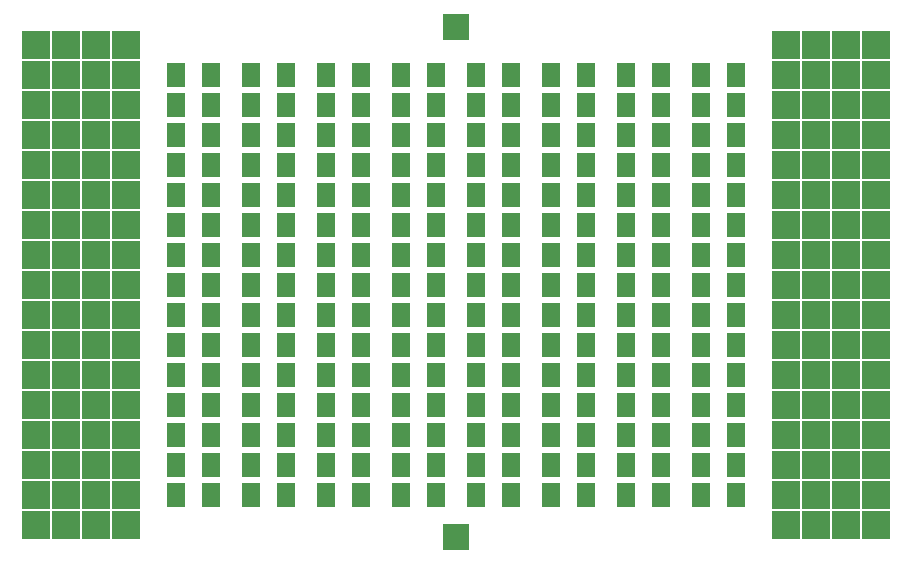
<source format=gts>
G04 #@! TF.FileFunction,Soldermask,Top*
%FSLAX46Y46*%
G04 Gerber Fmt 4.6, Leading zero omitted, Abs format (unit mm)*
G04 Created by KiCad (PCBNEW 4.0.1-stable) date 2017-04-12 2:16:29 PM*
%MOMM*%
G01*
G04 APERTURE LIST*
%ADD10C,0.150000*%
%ADD11R,1.508000X2.108000*%
%ADD12R,2.407920X2.407920*%
%ADD13R,2.208000X2.208000*%
G04 APERTURE END LIST*
D10*
D11*
X77875000Y-43180000D03*
X80875000Y-43180000D03*
X84225000Y-43180000D03*
X87225000Y-43180000D03*
X90575000Y-43180000D03*
X93575000Y-43180000D03*
X96925000Y-43180000D03*
X99925000Y-43180000D03*
X77875000Y-45720000D03*
X80875000Y-45720000D03*
X84225000Y-45720000D03*
X87225000Y-45720000D03*
X90575000Y-45720000D03*
X93575000Y-45720000D03*
X96925000Y-45720000D03*
X99925000Y-45720000D03*
X77875000Y-48260000D03*
X80875000Y-48260000D03*
X84225000Y-48260000D03*
X87225000Y-48260000D03*
X90575000Y-48260000D03*
X93575000Y-48260000D03*
X96925000Y-48260000D03*
X99925000Y-48260000D03*
X77875000Y-50800000D03*
X80875000Y-50800000D03*
X84225000Y-50800000D03*
X87225000Y-50800000D03*
X90575000Y-50800000D03*
X93575000Y-50800000D03*
X96925000Y-50800000D03*
X99925000Y-50800000D03*
X77875000Y-53340000D03*
X80875000Y-53340000D03*
X84225000Y-53340000D03*
X87225000Y-53340000D03*
X90575000Y-53340000D03*
X93575000Y-53340000D03*
X96925000Y-53340000D03*
X99925000Y-53340000D03*
X77875000Y-55880000D03*
X80875000Y-55880000D03*
X84225000Y-55880000D03*
X87225000Y-55880000D03*
X90575000Y-55880000D03*
X93575000Y-55880000D03*
X96925000Y-55880000D03*
X99925000Y-55880000D03*
X77875000Y-58420000D03*
X80875000Y-58420000D03*
X84225000Y-58420000D03*
X87225000Y-58420000D03*
X90575000Y-58420000D03*
X93575000Y-58420000D03*
X96925000Y-58420000D03*
X99925000Y-58420000D03*
X77875000Y-60960000D03*
X80875000Y-60960000D03*
X84225000Y-60960000D03*
X87225000Y-60960000D03*
X90575000Y-60960000D03*
X93575000Y-60960000D03*
X96925000Y-60960000D03*
X99925000Y-60960000D03*
X77875000Y-63500000D03*
X80875000Y-63500000D03*
X84225000Y-63500000D03*
X87225000Y-63500000D03*
X90575000Y-63500000D03*
X93575000Y-63500000D03*
X96925000Y-63500000D03*
X99925000Y-63500000D03*
X77875000Y-66040000D03*
X80875000Y-66040000D03*
X84225000Y-66040000D03*
X87225000Y-66040000D03*
X90575000Y-66040000D03*
X93575000Y-66040000D03*
X96925000Y-66040000D03*
X99925000Y-66040000D03*
X77875000Y-68580000D03*
X80875000Y-68580000D03*
X84225000Y-68580000D03*
X87225000Y-68580000D03*
X90575000Y-68580000D03*
X93575000Y-68580000D03*
X96925000Y-68580000D03*
X99925000Y-68580000D03*
X77875000Y-71120000D03*
X80875000Y-71120000D03*
X84225000Y-71120000D03*
X87225000Y-71120000D03*
X90575000Y-71120000D03*
X93575000Y-71120000D03*
X96925000Y-71120000D03*
X99925000Y-71120000D03*
X77875000Y-73660000D03*
X80875000Y-73660000D03*
X84225000Y-73660000D03*
X87225000Y-73660000D03*
X90575000Y-73660000D03*
X93575000Y-73660000D03*
X96925000Y-73660000D03*
X99925000Y-73660000D03*
X77875000Y-76200000D03*
X80875000Y-76200000D03*
X84225000Y-76200000D03*
X87225000Y-76200000D03*
X90575000Y-76200000D03*
X93575000Y-76200000D03*
X96925000Y-76200000D03*
X99925000Y-76200000D03*
X77875000Y-78740000D03*
X80875000Y-78740000D03*
X84225000Y-78740000D03*
X87225000Y-78740000D03*
X90575000Y-78740000D03*
X93575000Y-78740000D03*
X96925000Y-78740000D03*
X99925000Y-78740000D03*
X52475000Y-78740000D03*
X55475000Y-78740000D03*
X58825000Y-78740000D03*
X61825000Y-78740000D03*
X65175000Y-78740000D03*
X68175000Y-78740000D03*
X71525000Y-78740000D03*
X74525000Y-78740000D03*
X52475000Y-76200000D03*
X55475000Y-76200000D03*
X58825000Y-76200000D03*
X61825000Y-76200000D03*
X65175000Y-76200000D03*
X68175000Y-76200000D03*
X71525000Y-76200000D03*
X74525000Y-76200000D03*
X52475000Y-73660000D03*
X55475000Y-73660000D03*
X58825000Y-73660000D03*
X61825000Y-73660000D03*
X65175000Y-73660000D03*
X68175000Y-73660000D03*
X71525000Y-73660000D03*
X74525000Y-73660000D03*
X52475000Y-71120000D03*
X55475000Y-71120000D03*
X58825000Y-71120000D03*
X61825000Y-71120000D03*
X65175000Y-71120000D03*
X68175000Y-71120000D03*
X71525000Y-71120000D03*
X74525000Y-71120000D03*
X52475000Y-68580000D03*
X55475000Y-68580000D03*
X58825000Y-68580000D03*
X61825000Y-68580000D03*
X65175000Y-68580000D03*
X68175000Y-68580000D03*
X71525000Y-68580000D03*
X74525000Y-68580000D03*
X52475000Y-66040000D03*
X55475000Y-66040000D03*
X58825000Y-66040000D03*
X61825000Y-66040000D03*
X65175000Y-66040000D03*
X68175000Y-66040000D03*
X71525000Y-66040000D03*
X74525000Y-66040000D03*
X52475000Y-63500000D03*
X55475000Y-63500000D03*
X58825000Y-63500000D03*
X61825000Y-63500000D03*
X65175000Y-63500000D03*
X68175000Y-63500000D03*
X71525000Y-63500000D03*
X74525000Y-63500000D03*
X52475000Y-60960000D03*
X55475000Y-60960000D03*
X58825000Y-60960000D03*
X61825000Y-60960000D03*
X65175000Y-60960000D03*
X68175000Y-60960000D03*
X71525000Y-60960000D03*
X74525000Y-60960000D03*
X52475000Y-58420000D03*
X55475000Y-58420000D03*
X58825000Y-58420000D03*
X61825000Y-58420000D03*
X65175000Y-58420000D03*
X68175000Y-58420000D03*
X71525000Y-58420000D03*
X74525000Y-58420000D03*
X52475000Y-55880000D03*
X55475000Y-55880000D03*
X58825000Y-55880000D03*
X61825000Y-55880000D03*
X65175000Y-55880000D03*
X68175000Y-55880000D03*
X71525000Y-55880000D03*
X74525000Y-55880000D03*
X52475000Y-53340000D03*
X55475000Y-53340000D03*
X58825000Y-53340000D03*
X61825000Y-53340000D03*
X65175000Y-53340000D03*
X68175000Y-53340000D03*
X71525000Y-53340000D03*
X74525000Y-53340000D03*
X52475000Y-50800000D03*
X55475000Y-50800000D03*
X58825000Y-50800000D03*
X61825000Y-50800000D03*
X65175000Y-50800000D03*
X68175000Y-50800000D03*
X71525000Y-50800000D03*
X74525000Y-50800000D03*
X52475000Y-48260000D03*
X55475000Y-48260000D03*
X58825000Y-48260000D03*
X61825000Y-48260000D03*
X65175000Y-48260000D03*
X68175000Y-48260000D03*
X71525000Y-48260000D03*
X74525000Y-48260000D03*
X52475000Y-45720000D03*
X55475000Y-45720000D03*
X58825000Y-45720000D03*
X61825000Y-45720000D03*
X65175000Y-45720000D03*
X68175000Y-45720000D03*
X71525000Y-45720000D03*
X74525000Y-45720000D03*
X52475000Y-43180000D03*
X55475000Y-43180000D03*
X58825000Y-43180000D03*
X61825000Y-43180000D03*
X65175000Y-43180000D03*
X68175000Y-43180000D03*
X71525000Y-43180000D03*
X74525000Y-43180000D03*
D12*
X104140000Y-43180000D03*
X106680000Y-43180000D03*
X109220000Y-43180000D03*
X111760000Y-43180000D03*
X104140000Y-45720000D03*
X106680000Y-45720000D03*
X109220000Y-45720000D03*
X111760000Y-45720000D03*
X104140000Y-48260000D03*
X106680000Y-48260000D03*
X109220000Y-48260000D03*
X111760000Y-48260000D03*
X104140000Y-50800000D03*
X106680000Y-50800000D03*
X109220000Y-50800000D03*
X111760000Y-50800000D03*
X104140000Y-53340000D03*
X106680000Y-53340000D03*
X109220000Y-53340000D03*
X111760000Y-53340000D03*
X104140000Y-55880000D03*
X106680000Y-55880000D03*
X109220000Y-55880000D03*
X111760000Y-55880000D03*
X104140000Y-58420000D03*
X106680000Y-58420000D03*
X109220000Y-58420000D03*
X111760000Y-58420000D03*
X104140000Y-60960000D03*
X106680000Y-60960000D03*
X109220000Y-60960000D03*
X111760000Y-60960000D03*
X104140000Y-63500000D03*
X106680000Y-63500000D03*
X109220000Y-63500000D03*
X111760000Y-63500000D03*
X104140000Y-66040000D03*
X106680000Y-66040000D03*
X109220000Y-66040000D03*
X111760000Y-66040000D03*
X104140000Y-68580000D03*
X106680000Y-68580000D03*
X109220000Y-68580000D03*
X111760000Y-68580000D03*
X104140000Y-71120000D03*
X106680000Y-71120000D03*
X109220000Y-71120000D03*
X111760000Y-71120000D03*
X104140000Y-73660000D03*
X106680000Y-73660000D03*
X109220000Y-73660000D03*
X111760000Y-73660000D03*
X104140000Y-76200000D03*
X106680000Y-76200000D03*
X109220000Y-76200000D03*
X111760000Y-76200000D03*
X104140000Y-78740000D03*
X106680000Y-78740000D03*
X109220000Y-78740000D03*
X111760000Y-78740000D03*
X40640000Y-78740000D03*
X43180000Y-78740000D03*
X45720000Y-78740000D03*
X48260000Y-78740000D03*
X40640000Y-76200000D03*
X43180000Y-76200000D03*
X45720000Y-76200000D03*
X48260000Y-76200000D03*
X40640000Y-73660000D03*
X43180000Y-73660000D03*
X45720000Y-73660000D03*
X48260000Y-73660000D03*
X40640000Y-71120000D03*
X43180000Y-71120000D03*
X45720000Y-71120000D03*
X48260000Y-71120000D03*
X40640000Y-68580000D03*
X43180000Y-68580000D03*
X45720000Y-68580000D03*
X48260000Y-68580000D03*
X40640000Y-66040000D03*
X43180000Y-66040000D03*
X45720000Y-66040000D03*
X48260000Y-66040000D03*
X40640000Y-63500000D03*
X43180000Y-63500000D03*
X45720000Y-63500000D03*
X48260000Y-63500000D03*
X40640000Y-60960000D03*
X43180000Y-60960000D03*
X45720000Y-60960000D03*
X48260000Y-60960000D03*
X40640000Y-58420000D03*
X43180000Y-58420000D03*
X45720000Y-58420000D03*
X48260000Y-58420000D03*
X40640000Y-55880000D03*
X43180000Y-55880000D03*
X45720000Y-55880000D03*
X48260000Y-55880000D03*
X40640000Y-53340000D03*
X43180000Y-53340000D03*
X45720000Y-53340000D03*
X48260000Y-53340000D03*
X40640000Y-50800000D03*
X43180000Y-50800000D03*
X45720000Y-50800000D03*
X48260000Y-50800000D03*
X40640000Y-48260000D03*
X43180000Y-48260000D03*
X45720000Y-48260000D03*
X48260000Y-48260000D03*
X40640000Y-45720000D03*
X43180000Y-45720000D03*
X45720000Y-45720000D03*
X48260000Y-45720000D03*
X40640000Y-43180000D03*
X43180000Y-43180000D03*
X45720000Y-43180000D03*
X48260000Y-43180000D03*
X48260000Y-40640000D03*
X48260000Y-81280000D03*
X104140000Y-81280000D03*
X104140000Y-40640000D03*
X45720000Y-40640000D03*
X43180000Y-40640000D03*
X45720000Y-81280000D03*
X43180000Y-81280000D03*
X106680000Y-81280000D03*
X109220000Y-81280000D03*
X106680000Y-40640000D03*
X109220000Y-40640000D03*
X40640000Y-40640000D03*
X40640000Y-81280000D03*
X111760000Y-81280000D03*
X111760000Y-40640000D03*
D13*
X76200000Y-82296000D03*
X76200000Y-39116000D03*
M02*

</source>
